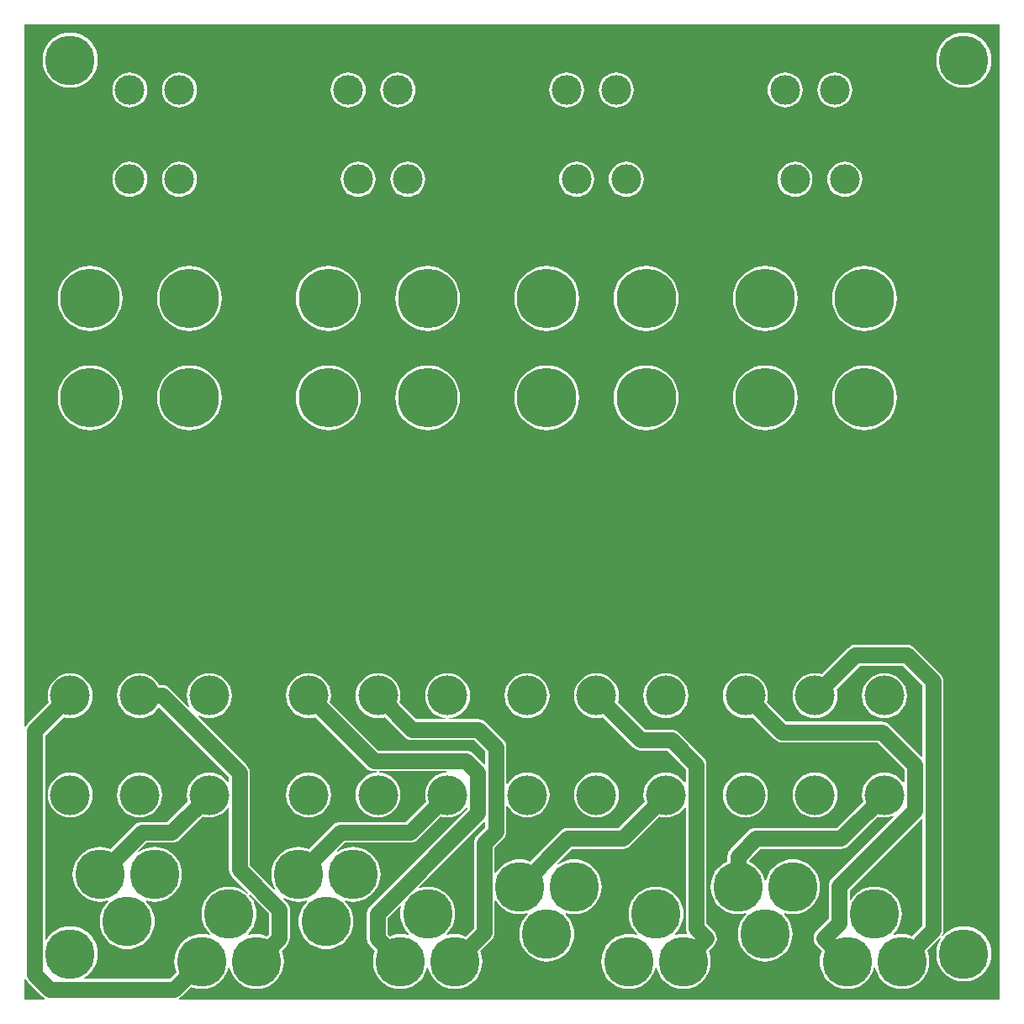
<source format=gbl>
G04 Layer_Physical_Order=2*
G04 Layer_Color=16711680*
%FSLAX25Y25*%
%MOIN*%
G70*
G01*
G75*
%ADD10C,0.06181*%
%ADD11C,0.19685*%
%ADD12C,0.11811*%
%ADD13C,0.15748*%
%ADD14C,0.23622*%
G36*
X249448Y137006D02*
X249100Y135560D01*
X248967Y133858D01*
X249100Y132157D01*
X249499Y130497D01*
X250152Y128921D01*
X251044Y127465D01*
X252152Y126168D01*
X252396Y125960D01*
X252162Y125501D01*
X250717Y125848D01*
X249016Y125982D01*
X247314Y125848D01*
X245655Y125450D01*
X244843Y125114D01*
X244026Y125931D01*
Y132291D01*
X248994Y137259D01*
X249448Y137006D01*
D02*
G37*
G36*
X486660Y99955D02*
X161257D01*
X161158Y100455D01*
X161332Y100527D01*
X162187Y101183D01*
X166103Y105099D01*
X166915Y104762D01*
X168574Y104364D01*
X170276Y104230D01*
X171977Y104364D01*
X173636Y104762D01*
X175213Y105416D01*
X176668Y106307D01*
X177966Y107416D01*
X179075Y108713D01*
X179966Y110169D01*
X180619Y111745D01*
X180845Y112687D01*
X181360D01*
X181586Y111745D01*
X182239Y110169D01*
X183130Y108713D01*
X184239Y107416D01*
X185536Y106307D01*
X186992Y105416D01*
X188568Y104762D01*
X190228Y104364D01*
X191929Y104230D01*
X193631Y104364D01*
X195290Y104762D01*
X196867Y105416D01*
X198322Y106307D01*
X199620Y107416D01*
X200728Y108713D01*
X201620Y110169D01*
X202273Y111745D01*
X202671Y113405D01*
X202805Y115106D01*
X202671Y116808D01*
X202273Y118467D01*
X201937Y119279D01*
X204017Y121360D01*
X204673Y122214D01*
X205085Y123209D01*
X205226Y124277D01*
X205226Y124277D01*
Y135732D01*
X205226Y135732D01*
X205156Y136266D01*
X205085Y136800D01*
X204673Y137795D01*
X204017Y138650D01*
X204017Y138650D01*
X202727Y139940D01*
X203038Y140336D01*
X203724Y139916D01*
X205300Y139263D01*
X206960Y138864D01*
X208661Y138730D01*
X210363Y138864D01*
X211807Y139211D01*
X212041Y138753D01*
X211797Y138545D01*
X210689Y137247D01*
X209797Y135792D01*
X209144Y134215D01*
X208746Y132556D01*
X208612Y130855D01*
X208746Y129153D01*
X209144Y127494D01*
X209797Y125917D01*
X210689Y124462D01*
X211797Y123164D01*
X213095Y122056D01*
X214550Y121164D01*
X216127Y120511D01*
X217787Y120112D01*
X219488Y119978D01*
X221189Y120112D01*
X222849Y120511D01*
X224426Y121164D01*
X225881Y122056D01*
X227179Y123164D01*
X228287Y124462D01*
X229179Y125917D01*
X229832Y127494D01*
X230230Y129153D01*
X230364Y130855D01*
X230230Y132556D01*
X229832Y134215D01*
X229179Y135792D01*
X228287Y137247D01*
X227179Y138545D01*
X226935Y138753D01*
X227169Y139211D01*
X228613Y138864D01*
X230315Y138730D01*
X232016Y138864D01*
X233676Y139263D01*
X235252Y139916D01*
X236708Y140807D01*
X238005Y141916D01*
X239114Y143214D01*
X240005Y144669D01*
X240658Y146246D01*
X241057Y147905D01*
X241191Y149606D01*
X241057Y151308D01*
X240658Y152967D01*
X240005Y154544D01*
X239114Y155999D01*
X238005Y157297D01*
X236708Y158405D01*
X235252Y159297D01*
X233676Y159950D01*
X232016Y160349D01*
X230315Y160482D01*
X228613Y160349D01*
X226954Y159950D01*
X225377Y159297D01*
X224129Y158532D01*
X223817Y158928D01*
X227064Y162174D01*
X252914D01*
X253982Y162315D01*
X254394Y162486D01*
X254977Y162727D01*
X255832Y163383D01*
X265078Y172629D01*
X265977Y172357D01*
X267717Y172185D01*
X269456Y172357D01*
X271129Y172864D01*
X272671Y173688D01*
X274022Y174797D01*
X275074Y176079D01*
X275574Y176019D01*
Y175509D01*
X236983Y136917D01*
X236327Y136063D01*
X236086Y135480D01*
X235915Y135068D01*
X235774Y134000D01*
Y124222D01*
X235915Y123154D01*
X236086Y122742D01*
X236327Y122159D01*
X236983Y121305D01*
X239008Y119279D01*
X238672Y118467D01*
X238274Y116808D01*
X238140Y115106D01*
X238274Y113405D01*
X238672Y111745D01*
X239325Y110169D01*
X240217Y108713D01*
X241325Y107416D01*
X242623Y106307D01*
X244078Y105416D01*
X245655Y104762D01*
X247314Y104364D01*
X249016Y104230D01*
X250717Y104364D01*
X252377Y104762D01*
X253953Y105416D01*
X255409Y106307D01*
X256706Y107416D01*
X257815Y108713D01*
X258706Y110169D01*
X259360Y111745D01*
X259585Y112687D01*
X260100D01*
X260326Y111745D01*
X260979Y110169D01*
X261871Y108713D01*
X262979Y107416D01*
X264277Y106307D01*
X265732Y105416D01*
X267308Y104762D01*
X268968Y104364D01*
X270669Y104230D01*
X272371Y104364D01*
X274030Y104762D01*
X275607Y105416D01*
X277062Y106307D01*
X278360Y107416D01*
X279468Y108713D01*
X280360Y110169D01*
X281013Y111745D01*
X281412Y113405D01*
X281545Y115106D01*
X281412Y116808D01*
X281013Y118467D01*
X280677Y119279D01*
X285217Y123819D01*
X285217Y123819D01*
X285873Y124674D01*
X286285Y125669D01*
X286426Y126737D01*
Y139076D01*
X286926Y139216D01*
X287461Y138343D01*
X288569Y137046D01*
X289867Y135937D01*
X291322Y135046D01*
X292899Y134392D01*
X294558Y133994D01*
X296260Y133860D01*
X297961Y133994D01*
X299406Y134341D01*
X299640Y133883D01*
X299396Y133675D01*
X298288Y132377D01*
X297396Y130922D01*
X296743Y129345D01*
X296344Y127686D01*
X296211Y125984D01*
X296344Y124283D01*
X296743Y122623D01*
X297396Y121047D01*
X298288Y119591D01*
X299396Y118294D01*
X300694Y117185D01*
X302149Y116294D01*
X303726Y115640D01*
X305385Y115242D01*
X307087Y115108D01*
X308788Y115242D01*
X310448Y115640D01*
X312024Y116294D01*
X313479Y117185D01*
X314777Y118294D01*
X315885Y119591D01*
X316777Y121047D01*
X317430Y122623D01*
X317829Y124283D01*
X317963Y125984D01*
X317829Y127686D01*
X317430Y129345D01*
X316777Y130922D01*
X315885Y132377D01*
X314777Y133675D01*
X314533Y133883D01*
X314767Y134341D01*
X316212Y133994D01*
X317913Y133860D01*
X319615Y133994D01*
X321274Y134392D01*
X322851Y135046D01*
X324306Y135937D01*
X325604Y137046D01*
X326712Y138343D01*
X327604Y139799D01*
X328257Y141375D01*
X328656Y143035D01*
X328789Y144736D01*
X328656Y146438D01*
X328257Y148097D01*
X327604Y149674D01*
X326712Y151129D01*
X325604Y152427D01*
X324306Y153535D01*
X322851Y154427D01*
X321274Y155080D01*
X319615Y155478D01*
X317913Y155612D01*
X316212Y155478D01*
X314552Y155080D01*
X312976Y154427D01*
X311727Y153662D01*
X311416Y154057D01*
X317133Y159774D01*
X337128D01*
X338196Y159915D01*
X338608Y160085D01*
X339191Y160327D01*
X340046Y160983D01*
X351693Y172629D01*
X352591Y172357D01*
X354331Y172185D01*
X356070Y172357D01*
X357743Y172864D01*
X359285Y173688D01*
X360636Y174797D01*
X361674Y176062D01*
X362174Y175972D01*
Y128386D01*
X362315Y127318D01*
X362486Y126906D01*
X362709Y126367D01*
X362641Y126197D01*
X362431Y125887D01*
X361221Y125982D01*
X359519Y125848D01*
X358074Y125501D01*
X357841Y125960D01*
X358084Y126168D01*
X359193Y127465D01*
X360084Y128921D01*
X360737Y130497D01*
X361136Y132157D01*
X361270Y133858D01*
X361136Y135560D01*
X360737Y137219D01*
X360084Y138796D01*
X359193Y140251D01*
X358084Y141549D01*
X356787Y142657D01*
X355331Y143549D01*
X353755Y144202D01*
X352095Y144600D01*
X350394Y144734D01*
X348692Y144600D01*
X347033Y144202D01*
X345456Y143549D01*
X344001Y142657D01*
X342703Y141549D01*
X341595Y140251D01*
X340703Y138796D01*
X340050Y137219D01*
X339652Y135560D01*
X339518Y133858D01*
X339652Y132157D01*
X340050Y130497D01*
X340703Y128921D01*
X341595Y127465D01*
X342703Y126168D01*
X342947Y125960D01*
X342713Y125501D01*
X341268Y125848D01*
X339567Y125982D01*
X337866Y125848D01*
X336206Y125450D01*
X334629Y124797D01*
X333174Y123905D01*
X331876Y122797D01*
X330768Y121499D01*
X329876Y120044D01*
X329223Y118467D01*
X328825Y116808D01*
X328691Y115106D01*
X328825Y113405D01*
X329223Y111745D01*
X329876Y110169D01*
X330768Y108713D01*
X331876Y107416D01*
X333174Y106307D01*
X334629Y105416D01*
X336206Y104762D01*
X337866Y104364D01*
X339567Y104230D01*
X341268Y104364D01*
X342928Y104762D01*
X344505Y105416D01*
X345960Y106307D01*
X347257Y107416D01*
X348366Y108713D01*
X349258Y110169D01*
X349911Y111745D01*
X350137Y112687D01*
X350651D01*
X350877Y111745D01*
X351530Y110169D01*
X352422Y108713D01*
X353530Y107416D01*
X354828Y106307D01*
X356283Y105416D01*
X357860Y104762D01*
X359519Y104364D01*
X361221Y104230D01*
X362922Y104364D01*
X364581Y104762D01*
X366158Y105416D01*
X367613Y106307D01*
X368911Y107416D01*
X370020Y108713D01*
X370911Y110169D01*
X371564Y111745D01*
X371963Y113405D01*
X372097Y115106D01*
X371963Y116808D01*
X371564Y118467D01*
X371228Y119279D01*
X373317Y121368D01*
X373973Y122223D01*
X374385Y123218D01*
X374456Y123752D01*
X374526Y124286D01*
X374385Y125353D01*
X373973Y126348D01*
X373317Y127203D01*
X373317Y127203D01*
X370426Y130095D01*
Y193100D01*
X370285Y194168D01*
X369873Y195163D01*
X369217Y196017D01*
X369217Y196018D01*
X359417Y205817D01*
X358563Y206473D01*
X357980Y206715D01*
X357568Y206885D01*
X356500Y207026D01*
X346053D01*
X335245Y217834D01*
X335517Y218733D01*
X335688Y220472D01*
X335517Y222212D01*
X335010Y223885D01*
X334186Y225426D01*
X333077Y226778D01*
X331726Y227887D01*
X330184Y228711D01*
X328511Y229218D01*
X326772Y229389D01*
X325032Y229218D01*
X323359Y228711D01*
X321818Y227887D01*
X320466Y226778D01*
X319357Y225426D01*
X318533Y223885D01*
X318026Y222212D01*
X317855Y220472D01*
X318026Y218733D01*
X318533Y217060D01*
X319357Y215518D01*
X320466Y214167D01*
X321818Y213058D01*
X323359Y212234D01*
X325032Y211727D01*
X326772Y211556D01*
X328511Y211727D01*
X329410Y211999D01*
X341426Y199983D01*
X341427Y199983D01*
X342281Y199327D01*
X343276Y198915D01*
X344344Y198774D01*
X344344Y198774D01*
X354791D01*
X362174Y191391D01*
Y186233D01*
X361674Y186143D01*
X360636Y187408D01*
X359285Y188517D01*
X357743Y189341D01*
X356070Y189848D01*
X354331Y190019D01*
X352591Y189848D01*
X350918Y189341D01*
X349377Y188517D01*
X348026Y187408D01*
X346917Y186056D01*
X346093Y184515D01*
X345585Y182842D01*
X345414Y181102D01*
X345585Y179363D01*
X345858Y178464D01*
X335419Y168026D01*
X315424D01*
X315424Y168026D01*
X314356Y167885D01*
X313361Y167473D01*
X312506Y166817D01*
X312506Y166817D01*
X300432Y154744D01*
X299621Y155080D01*
X297961Y155478D01*
X296260Y155612D01*
X294558Y155478D01*
X292899Y155080D01*
X291322Y154427D01*
X289867Y153535D01*
X288569Y152427D01*
X287461Y151129D01*
X286926Y150256D01*
X286426Y150397D01*
Y160391D01*
X289817Y163783D01*
X289817Y163783D01*
X290473Y164637D01*
X290885Y165632D01*
X291026Y166700D01*
Y176565D01*
X291511Y176686D01*
X291798Y176148D01*
X292907Y174797D01*
X294259Y173688D01*
X295800Y172864D01*
X297473Y172357D01*
X299213Y172185D01*
X300952Y172357D01*
X302625Y172864D01*
X304167Y173688D01*
X305518Y174797D01*
X306627Y176148D01*
X307451Y177690D01*
X307958Y179363D01*
X308130Y181102D01*
X307958Y182842D01*
X307451Y184515D01*
X306627Y186056D01*
X305518Y187408D01*
X304167Y188517D01*
X302625Y189341D01*
X300952Y189848D01*
X299213Y190019D01*
X297473Y189848D01*
X295800Y189341D01*
X294259Y188517D01*
X292907Y187408D01*
X291798Y186056D01*
X291511Y185518D01*
X291026Y185640D01*
Y200100D01*
X290885Y201168D01*
X290473Y202163D01*
X289817Y203017D01*
X289817Y203017D01*
X282917Y209917D01*
X282063Y210573D01*
X281480Y210814D01*
X281068Y210985D01*
X280000Y211126D01*
X268456D01*
X268431Y211626D01*
X269456Y211727D01*
X271129Y212234D01*
X272671Y213058D01*
X274022Y214167D01*
X275131Y215518D01*
X275955Y217060D01*
X276462Y218733D01*
X276634Y220472D01*
X276462Y222212D01*
X275955Y223885D01*
X275131Y225426D01*
X274022Y226778D01*
X272671Y227887D01*
X271129Y228711D01*
X269456Y229218D01*
X267717Y229389D01*
X265977Y229218D01*
X264304Y228711D01*
X262763Y227887D01*
X261411Y226778D01*
X260302Y225426D01*
X259478Y223885D01*
X258971Y222212D01*
X258800Y220472D01*
X258971Y218733D01*
X259478Y217060D01*
X260302Y215518D01*
X261411Y214167D01*
X262763Y213058D01*
X264304Y212234D01*
X265977Y211727D01*
X267002Y211626D01*
X266977Y211126D01*
X255339D01*
X248630Y217834D01*
X248903Y218733D01*
X249074Y220472D01*
X248903Y222212D01*
X248396Y223885D01*
X247572Y225426D01*
X246463Y226778D01*
X245111Y227887D01*
X243570Y228711D01*
X241897Y229218D01*
X240157Y229389D01*
X238418Y229218D01*
X236745Y228711D01*
X235203Y227887D01*
X233852Y226778D01*
X232743Y225426D01*
X231919Y223885D01*
X231412Y222212D01*
X231241Y220472D01*
X231412Y218733D01*
X231919Y217060D01*
X232743Y215518D01*
X233852Y214167D01*
X235203Y213058D01*
X236745Y212234D01*
X238418Y211727D01*
X240157Y211556D01*
X241897Y211727D01*
X242796Y211999D01*
X250712Y204083D01*
X251567Y203427D01*
X252562Y203015D01*
X253630Y202874D01*
X278291D01*
X282774Y198391D01*
Y193468D01*
X282274Y193261D01*
X278017Y197517D01*
X277163Y198173D01*
X276580Y198415D01*
X276168Y198585D01*
X275100Y198726D01*
X240180D01*
X221071Y217834D01*
X221344Y218733D01*
X221515Y220472D01*
X221344Y222212D01*
X220837Y223885D01*
X220013Y225426D01*
X218904Y226778D01*
X217552Y227887D01*
X216011Y228711D01*
X214338Y229218D01*
X212598Y229389D01*
X210859Y229218D01*
X209186Y228711D01*
X207644Y227887D01*
X206293Y226778D01*
X205184Y225426D01*
X204360Y223885D01*
X203853Y222212D01*
X203681Y220472D01*
X203853Y218733D01*
X204360Y217060D01*
X205184Y215518D01*
X206293Y214167D01*
X207644Y213058D01*
X209186Y212234D01*
X210859Y211727D01*
X212598Y211556D01*
X214338Y211727D01*
X215237Y211999D01*
X235553Y191683D01*
X236408Y191027D01*
X236991Y190786D01*
X237403Y190615D01*
X237937Y190544D01*
X238471Y190474D01*
X238471Y190474D01*
X239674D01*
X239699Y189974D01*
X238418Y189848D01*
X236745Y189341D01*
X235203Y188517D01*
X233852Y187408D01*
X232743Y186056D01*
X231919Y184515D01*
X231412Y182842D01*
X231241Y181102D01*
X231412Y179363D01*
X231919Y177690D01*
X232743Y176148D01*
X233852Y174797D01*
X235203Y173688D01*
X236745Y172864D01*
X238418Y172357D01*
X240157Y172185D01*
X241897Y172357D01*
X243570Y172864D01*
X245111Y173688D01*
X246463Y174797D01*
X247572Y176148D01*
X248396Y177690D01*
X248903Y179363D01*
X249074Y181102D01*
X248903Y182842D01*
X248396Y184515D01*
X247572Y186056D01*
X246463Y187408D01*
X245111Y188517D01*
X243570Y189341D01*
X241897Y189848D01*
X240616Y189974D01*
X240641Y190474D01*
X267233D01*
X267258Y189974D01*
X265977Y189848D01*
X264304Y189341D01*
X262763Y188517D01*
X261411Y187408D01*
X260302Y186056D01*
X259478Y184515D01*
X258971Y182842D01*
X258800Y181102D01*
X258971Y179363D01*
X259244Y178464D01*
X251205Y170426D01*
X225355D01*
X225355Y170426D01*
X224821Y170356D01*
X224287Y170285D01*
X223292Y169873D01*
X222438Y169217D01*
X222438Y169217D01*
X212834Y159614D01*
X212022Y159950D01*
X210363Y160349D01*
X208661Y160482D01*
X206960Y160349D01*
X205300Y159950D01*
X203724Y159297D01*
X202269Y158405D01*
X200971Y157297D01*
X199863Y155999D01*
X198971Y154544D01*
X198318Y152967D01*
X197919Y151308D01*
X197785Y149606D01*
X197919Y147905D01*
X198318Y146246D01*
X198971Y144669D01*
X199391Y143983D01*
X198995Y143672D01*
X189326Y153341D01*
Y190000D01*
X189185Y191068D01*
X188773Y192063D01*
X188117Y192917D01*
X168853Y212182D01*
X169154Y212588D01*
X169816Y212234D01*
X171489Y211727D01*
X173228Y211556D01*
X174968Y211727D01*
X176641Y212234D01*
X178182Y213058D01*
X179534Y214167D01*
X180643Y215518D01*
X181467Y217060D01*
X181974Y218733D01*
X182145Y220472D01*
X181974Y222212D01*
X181467Y223885D01*
X180643Y225426D01*
X179534Y226778D01*
X178182Y227887D01*
X176641Y228711D01*
X174968Y229218D01*
X173228Y229389D01*
X171489Y229218D01*
X169816Y228711D01*
X168274Y227887D01*
X166923Y226778D01*
X165814Y225426D01*
X164990Y223885D01*
X164483Y222212D01*
X164311Y220472D01*
X164483Y218733D01*
X164990Y217060D01*
X165344Y216398D01*
X164938Y216097D01*
X157645Y223390D01*
X156790Y224045D01*
X156208Y224287D01*
X155796Y224458D01*
X154728Y224598D01*
X153526D01*
X153083Y225426D01*
X151974Y226778D01*
X150623Y227887D01*
X149082Y228711D01*
X147409Y229218D01*
X145669Y229389D01*
X143930Y229218D01*
X142257Y228711D01*
X140715Y227887D01*
X139364Y226778D01*
X138255Y225426D01*
X137431Y223885D01*
X136924Y222212D01*
X136752Y220472D01*
X136924Y218733D01*
X137431Y217060D01*
X138255Y215518D01*
X139364Y214167D01*
X140715Y213058D01*
X142257Y212234D01*
X143930Y211727D01*
X145669Y211556D01*
X147409Y211727D01*
X149082Y212234D01*
X150623Y213058D01*
X151974Y214167D01*
X153083Y215518D01*
X153151Y215646D01*
X153646Y215719D01*
X181074Y188291D01*
Y186225D01*
X180574Y186140D01*
X179534Y187408D01*
X178182Y188517D01*
X176641Y189341D01*
X174968Y189848D01*
X173228Y190019D01*
X171489Y189848D01*
X169816Y189341D01*
X168274Y188517D01*
X166923Y187408D01*
X165814Y186056D01*
X164990Y184515D01*
X164483Y182842D01*
X164311Y181102D01*
X164483Y179363D01*
X164755Y178464D01*
X156717Y170426D01*
X146615D01*
X146615Y170426D01*
X146081Y170356D01*
X145547Y170285D01*
X144552Y169873D01*
X143697Y169217D01*
X143697Y169217D01*
X134094Y159614D01*
X133282Y159950D01*
X131623Y160349D01*
X129921Y160482D01*
X128220Y160349D01*
X126560Y159950D01*
X124984Y159297D01*
X123528Y158405D01*
X122231Y157297D01*
X121122Y155999D01*
X120231Y154544D01*
X119578Y152967D01*
X119179Y151308D01*
X119045Y149606D01*
X119179Y147905D01*
X119578Y146246D01*
X120231Y144669D01*
X121122Y143214D01*
X122231Y141916D01*
X123528Y140807D01*
X124984Y139916D01*
X126560Y139263D01*
X128220Y138864D01*
X129921Y138730D01*
X131623Y138864D01*
X133067Y139211D01*
X133301Y138753D01*
X133057Y138545D01*
X131949Y137247D01*
X131057Y135792D01*
X130404Y134215D01*
X130006Y132556D01*
X129872Y130855D01*
X130006Y129153D01*
X130404Y127494D01*
X131057Y125917D01*
X131949Y124462D01*
X133057Y123164D01*
X134355Y122056D01*
X135810Y121164D01*
X137387Y120511D01*
X139047Y120112D01*
X140748Y119978D01*
X142449Y120112D01*
X144109Y120511D01*
X145686Y121164D01*
X147141Y122056D01*
X148439Y123164D01*
X149547Y124462D01*
X150439Y125917D01*
X151092Y127494D01*
X151490Y129153D01*
X151624Y130855D01*
X151490Y132556D01*
X151092Y134215D01*
X150439Y135792D01*
X149547Y137247D01*
X148439Y138545D01*
X148195Y138753D01*
X148429Y139211D01*
X149873Y138864D01*
X151575Y138730D01*
X153276Y138864D01*
X154936Y139263D01*
X156512Y139916D01*
X157968Y140807D01*
X159265Y141916D01*
X160374Y143214D01*
X161265Y144669D01*
X161918Y146246D01*
X162317Y147905D01*
X162451Y149606D01*
X162317Y151308D01*
X161918Y152967D01*
X161265Y154544D01*
X160374Y155999D01*
X159265Y157297D01*
X157968Y158405D01*
X156512Y159297D01*
X154936Y159950D01*
X153276Y160349D01*
X151575Y160482D01*
X149873Y160349D01*
X148214Y159950D01*
X146637Y159297D01*
X145389Y158532D01*
X145077Y158927D01*
X148324Y162174D01*
X158426D01*
X159494Y162315D01*
X159906Y162486D01*
X160489Y162727D01*
X161343Y163383D01*
X170590Y172629D01*
X171489Y172357D01*
X173228Y172185D01*
X174968Y172357D01*
X176641Y172864D01*
X178182Y173688D01*
X179534Y174797D01*
X180574Y176065D01*
X181074Y175980D01*
Y151632D01*
X181215Y150564D01*
X181386Y150152D01*
X181627Y149569D01*
X182283Y148715D01*
X188780Y142217D01*
X188441Y141850D01*
X187495Y142657D01*
X186040Y143549D01*
X184463Y144202D01*
X182804Y144600D01*
X181102Y144734D01*
X179401Y144600D01*
X177742Y144202D01*
X176165Y143549D01*
X174710Y142657D01*
X173412Y141549D01*
X172303Y140251D01*
X171412Y138796D01*
X170759Y137219D01*
X170360Y135560D01*
X170226Y133858D01*
X170360Y132157D01*
X170759Y130497D01*
X171412Y128921D01*
X172303Y127465D01*
X173412Y126168D01*
X173655Y125960D01*
X173422Y125501D01*
X171977Y125848D01*
X170276Y125982D01*
X168574Y125848D01*
X166915Y125450D01*
X165338Y124797D01*
X163883Y123905D01*
X162585Y122797D01*
X161477Y121499D01*
X160585Y120044D01*
X159932Y118467D01*
X159533Y116808D01*
X159399Y115106D01*
X159533Y113405D01*
X159932Y111745D01*
X160268Y110933D01*
X157560Y108226D01*
X123689D01*
X123548Y108726D01*
X124503Y109311D01*
X125801Y110420D01*
X126909Y111717D01*
X127801Y113173D01*
X128454Y114749D01*
X128852Y116409D01*
X128986Y118110D01*
X128852Y119812D01*
X128454Y121471D01*
X127801Y123048D01*
X126909Y124503D01*
X125801Y125801D01*
X124503Y126909D01*
X123048Y127801D01*
X121471Y128454D01*
X119812Y128852D01*
X118110Y128986D01*
X116409Y128852D01*
X114749Y128454D01*
X113173Y127801D01*
X111717Y126909D01*
X110420Y125801D01*
X109311Y124503D01*
X108726Y123548D01*
X108226Y123689D01*
Y204753D01*
X115472Y211999D01*
X116371Y211727D01*
X118110Y211556D01*
X119850Y211727D01*
X121523Y212234D01*
X123064Y213058D01*
X124415Y214167D01*
X125524Y215518D01*
X126348Y217060D01*
X126856Y218733D01*
X127027Y220472D01*
X126856Y222212D01*
X126348Y223885D01*
X125524Y225426D01*
X124415Y226778D01*
X123064Y227887D01*
X121523Y228711D01*
X119850Y229218D01*
X118110Y229389D01*
X116371Y229218D01*
X114698Y228711D01*
X113156Y227887D01*
X111805Y226778D01*
X110696Y225426D01*
X109872Y223885D01*
X109365Y222212D01*
X109193Y220472D01*
X109365Y218733D01*
X109637Y217834D01*
X101183Y209380D01*
X100527Y208525D01*
X100455Y208351D01*
X99955Y208450D01*
Y486660D01*
X486660D01*
Y99955D01*
D02*
G37*
G36*
X196974Y134023D02*
Y125986D01*
X196102Y125114D01*
X195290Y125450D01*
X193631Y125848D01*
X191929Y125982D01*
X190228Y125848D01*
X188783Y125501D01*
X188549Y125960D01*
X188793Y126168D01*
X189901Y127465D01*
X190793Y128921D01*
X191446Y130497D01*
X191845Y132157D01*
X191978Y133858D01*
X191845Y135560D01*
X191446Y137219D01*
X190793Y138796D01*
X189901Y140251D01*
X189094Y141197D01*
X189461Y141536D01*
X196974Y134023D01*
D02*
G37*
G36*
X100527Y107937D02*
X101183Y107083D01*
X107083Y101183D01*
X107937Y100527D01*
X108112Y100455D01*
X108012Y99955D01*
X99955D01*
Y108012D01*
X100455Y108112D01*
X100527Y107937D01*
D02*
G37*
G36*
X282774Y170332D02*
Y168409D01*
X279383Y165017D01*
X278727Y164163D01*
X278485Y163580D01*
X278315Y163168D01*
X278174Y162100D01*
Y128446D01*
X274842Y125114D01*
X274030Y125450D01*
X272371Y125848D01*
X270669Y125982D01*
X268968Y125848D01*
X267523Y125501D01*
X267289Y125960D01*
X267533Y126168D01*
X268641Y127465D01*
X269533Y128921D01*
X270186Y130497D01*
X270585Y132157D01*
X270719Y133858D01*
X270585Y135560D01*
X270186Y137219D01*
X269533Y138796D01*
X268641Y140251D01*
X267533Y141549D01*
X266235Y142657D01*
X264780Y143549D01*
X263204Y144202D01*
X261544Y144600D01*
X259843Y144734D01*
X258141Y144600D01*
X256695Y144253D01*
X256441Y144706D01*
X282274Y170539D01*
X282774Y170332D01*
D02*
G37*
%LPC*%
G36*
X220472Y351433D02*
X218462Y351275D01*
X216501Y350804D01*
X214638Y350033D01*
X212919Y348979D01*
X211386Y347669D01*
X210076Y346136D01*
X209022Y344417D01*
X208251Y342554D01*
X207780Y340593D01*
X207622Y338583D01*
X207780Y336572D01*
X208251Y334612D01*
X209022Y332749D01*
X210076Y331029D01*
X211386Y329496D01*
X212919Y328186D01*
X214638Y327133D01*
X216501Y326361D01*
X218462Y325890D01*
X220472Y325732D01*
X222483Y325890D01*
X224444Y326361D01*
X226307Y327133D01*
X228026Y328186D01*
X229559Y329496D01*
X230869Y331029D01*
X231922Y332749D01*
X232694Y334612D01*
X233165Y336572D01*
X233323Y338583D01*
X233165Y340593D01*
X232694Y342554D01*
X231922Y344417D01*
X230869Y346136D01*
X229559Y347669D01*
X228026Y348979D01*
X226307Y350033D01*
X224444Y350804D01*
X222483Y351275D01*
X220472Y351433D01*
D02*
G37*
G36*
X259843D02*
X257832Y351275D01*
X255872Y350804D01*
X254009Y350033D01*
X252289Y348979D01*
X250756Y347669D01*
X249446Y346136D01*
X248393Y344417D01*
X247621Y342554D01*
X247150Y340593D01*
X246992Y338583D01*
X247150Y336572D01*
X247621Y334612D01*
X248393Y332749D01*
X249446Y331029D01*
X250756Y329496D01*
X252289Y328186D01*
X254009Y327133D01*
X255872Y326361D01*
X257832Y325890D01*
X259843Y325732D01*
X261853Y325890D01*
X263814Y326361D01*
X265677Y327133D01*
X267396Y328186D01*
X268929Y329496D01*
X270239Y331029D01*
X271293Y332749D01*
X272064Y334612D01*
X272535Y336572D01*
X272693Y338583D01*
X272535Y340593D01*
X272064Y342554D01*
X271293Y344417D01*
X270239Y346136D01*
X268929Y347669D01*
X267396Y348979D01*
X265677Y350033D01*
X263814Y350804D01*
X261853Y351275D01*
X259843Y351433D01*
D02*
G37*
G36*
X125984D02*
X123974Y351275D01*
X122013Y350804D01*
X120150Y350033D01*
X118431Y348979D01*
X116897Y347669D01*
X115588Y346136D01*
X114534Y344417D01*
X113762Y342554D01*
X113292Y340593D01*
X113134Y338583D01*
X113292Y336572D01*
X113762Y334612D01*
X114534Y332749D01*
X115588Y331029D01*
X116897Y329496D01*
X118431Y328186D01*
X120150Y327133D01*
X122013Y326361D01*
X123974Y325890D01*
X125984Y325732D01*
X127995Y325890D01*
X129955Y326361D01*
X131818Y327133D01*
X133538Y328186D01*
X135071Y329496D01*
X136381Y331029D01*
X137434Y332749D01*
X138206Y334612D01*
X138677Y336572D01*
X138835Y338583D01*
X138677Y340593D01*
X138206Y342554D01*
X137434Y344417D01*
X136381Y346136D01*
X135071Y347669D01*
X133538Y348979D01*
X131818Y350033D01*
X129955Y350804D01*
X127995Y351275D01*
X125984Y351433D01*
D02*
G37*
G36*
X165354D02*
X163344Y351275D01*
X161383Y350804D01*
X159520Y350033D01*
X157801Y348979D01*
X156268Y347669D01*
X154958Y346136D01*
X153904Y344417D01*
X153133Y342554D01*
X152662Y340593D01*
X152504Y338583D01*
X152662Y336572D01*
X153133Y334612D01*
X153904Y332749D01*
X154958Y331029D01*
X156268Y329496D01*
X157801Y328186D01*
X159520Y327133D01*
X161383Y326361D01*
X163344Y325890D01*
X165354Y325732D01*
X167365Y325890D01*
X169325Y326361D01*
X171188Y327133D01*
X172908Y328186D01*
X174441Y329496D01*
X175751Y331029D01*
X176804Y332749D01*
X177576Y334612D01*
X178047Y336572D01*
X178205Y338583D01*
X178047Y340593D01*
X177576Y342554D01*
X176804Y344417D01*
X175751Y346136D01*
X174441Y347669D01*
X172908Y348979D01*
X171188Y350033D01*
X169325Y350804D01*
X167365Y351275D01*
X165354Y351433D01*
D02*
G37*
G36*
X307087D02*
X305076Y351275D01*
X303116Y350804D01*
X301253Y350033D01*
X299533Y348979D01*
X298000Y347669D01*
X296690Y346136D01*
X295637Y344417D01*
X294865Y342554D01*
X294394Y340593D01*
X294236Y338583D01*
X294394Y336572D01*
X294865Y334612D01*
X295637Y332749D01*
X296690Y331029D01*
X298000Y329496D01*
X299533Y328186D01*
X301253Y327133D01*
X303116Y326361D01*
X305076Y325890D01*
X307087Y325732D01*
X309097Y325890D01*
X311058Y326361D01*
X312921Y327133D01*
X314640Y328186D01*
X316173Y329496D01*
X317483Y331029D01*
X318537Y332749D01*
X319308Y334612D01*
X319779Y336572D01*
X319937Y338583D01*
X319779Y340593D01*
X319308Y342554D01*
X318537Y344417D01*
X317483Y346136D01*
X316173Y347669D01*
X314640Y348979D01*
X312921Y350033D01*
X311058Y350804D01*
X309097Y351275D01*
X307087Y351433D01*
D02*
G37*
G36*
X433071D02*
X431061Y351275D01*
X429100Y350804D01*
X427237Y350033D01*
X425517Y348979D01*
X423984Y347669D01*
X422674Y346136D01*
X421621Y344417D01*
X420849Y342554D01*
X420378Y340593D01*
X420220Y338583D01*
X420378Y336572D01*
X420849Y334612D01*
X421621Y332749D01*
X422674Y331029D01*
X423984Y329496D01*
X425517Y328186D01*
X427237Y327133D01*
X429100Y326361D01*
X431061Y325890D01*
X433071Y325732D01*
X435081Y325890D01*
X437042Y326361D01*
X438905Y327133D01*
X440624Y328186D01*
X442158Y329496D01*
X443467Y331029D01*
X444521Y332749D01*
X445293Y334612D01*
X445763Y336572D01*
X445921Y338583D01*
X445763Y340593D01*
X445293Y342554D01*
X444521Y344417D01*
X443467Y346136D01*
X442158Y347669D01*
X440624Y348979D01*
X438905Y350033D01*
X437042Y350804D01*
X435081Y351275D01*
X433071Y351433D01*
D02*
G37*
G36*
X125984Y390803D02*
X123974Y390645D01*
X122013Y390175D01*
X120150Y389403D01*
X118431Y388349D01*
X116897Y387040D01*
X115588Y385506D01*
X114534Y383787D01*
X113762Y381924D01*
X113292Y379963D01*
X113134Y377953D01*
X113292Y375942D01*
X113762Y373982D01*
X114534Y372119D01*
X115588Y370399D01*
X116897Y368866D01*
X118431Y367556D01*
X120150Y366503D01*
X122013Y365731D01*
X123974Y365260D01*
X125984Y365102D01*
X127995Y365260D01*
X129955Y365731D01*
X131818Y366503D01*
X133538Y367556D01*
X135071Y368866D01*
X136381Y370399D01*
X137434Y372119D01*
X138206Y373982D01*
X138677Y375942D01*
X138835Y377953D01*
X138677Y379963D01*
X138206Y381924D01*
X137434Y383787D01*
X136381Y385506D01*
X135071Y387040D01*
X133538Y388349D01*
X131818Y389403D01*
X129955Y390175D01*
X127995Y390645D01*
X125984Y390803D01*
D02*
G37*
G36*
X346457Y351433D02*
X344446Y351275D01*
X342485Y350804D01*
X340622Y350033D01*
X338903Y348979D01*
X337370Y347669D01*
X336060Y346136D01*
X335007Y344417D01*
X334235Y342554D01*
X333764Y340593D01*
X333606Y338583D01*
X333764Y336572D01*
X334235Y334612D01*
X335007Y332749D01*
X336060Y331029D01*
X337370Y329496D01*
X338903Y328186D01*
X340622Y327133D01*
X342485Y326361D01*
X344446Y325890D01*
X346457Y325732D01*
X348467Y325890D01*
X350428Y326361D01*
X352291Y327133D01*
X354010Y328186D01*
X355543Y329496D01*
X356853Y331029D01*
X357907Y332749D01*
X358678Y334612D01*
X359149Y336572D01*
X359307Y338583D01*
X359149Y340593D01*
X358678Y342554D01*
X357907Y344417D01*
X356853Y346136D01*
X355543Y347669D01*
X354010Y348979D01*
X352291Y350033D01*
X350428Y350804D01*
X348467Y351275D01*
X346457Y351433D01*
D02*
G37*
G36*
X393701D02*
X391690Y351275D01*
X389730Y350804D01*
X387867Y350033D01*
X386147Y348979D01*
X384614Y347669D01*
X383304Y346136D01*
X382251Y344417D01*
X381479Y342554D01*
X381008Y340593D01*
X380850Y338583D01*
X381008Y336572D01*
X381479Y334612D01*
X382251Y332749D01*
X383304Y331029D01*
X384614Y329496D01*
X386147Y328186D01*
X387867Y327133D01*
X389730Y326361D01*
X391690Y325890D01*
X393701Y325732D01*
X395711Y325890D01*
X397672Y326361D01*
X399535Y327133D01*
X401254Y328186D01*
X402788Y329496D01*
X404097Y331029D01*
X405151Y332749D01*
X405923Y334612D01*
X406393Y336572D01*
X406551Y338583D01*
X406393Y340593D01*
X405923Y342554D01*
X405151Y344417D01*
X404097Y346136D01*
X402788Y347669D01*
X401254Y348979D01*
X399535Y350033D01*
X397672Y350804D01*
X395711Y351275D01*
X393701Y351433D01*
D02*
G37*
G36*
X440945Y229389D02*
X439205Y229218D01*
X437532Y228711D01*
X435991Y227887D01*
X434640Y226778D01*
X433531Y225426D01*
X432707Y223885D01*
X432199Y222212D01*
X432028Y220472D01*
X432199Y218733D01*
X432707Y217060D01*
X433531Y215518D01*
X434640Y214167D01*
X435991Y213058D01*
X437532Y212234D01*
X439205Y211727D01*
X440945Y211556D01*
X442684Y211727D01*
X444357Y212234D01*
X445899Y213058D01*
X447250Y214167D01*
X448359Y215518D01*
X449183Y217060D01*
X449690Y218733D01*
X449862Y220472D01*
X449690Y222212D01*
X449183Y223885D01*
X448359Y225426D01*
X447250Y226778D01*
X445899Y227887D01*
X444357Y228711D01*
X442684Y229218D01*
X440945Y229389D01*
D02*
G37*
G36*
X212598Y190019D02*
X210859Y189848D01*
X209186Y189341D01*
X207644Y188517D01*
X206293Y187408D01*
X205184Y186056D01*
X204360Y184515D01*
X203853Y182842D01*
X203681Y181102D01*
X203853Y179363D01*
X204360Y177690D01*
X205184Y176148D01*
X206293Y174797D01*
X207644Y173688D01*
X209186Y172864D01*
X210859Y172357D01*
X212598Y172185D01*
X214338Y172357D01*
X216011Y172864D01*
X217552Y173688D01*
X218904Y174797D01*
X220013Y176148D01*
X220837Y177690D01*
X221344Y179363D01*
X221515Y181102D01*
X221344Y182842D01*
X220837Y184515D01*
X220013Y186056D01*
X218904Y187408D01*
X217552Y188517D01*
X216011Y189341D01*
X214338Y189848D01*
X212598Y190019D01*
D02*
G37*
G36*
X326772D02*
X325032Y189848D01*
X323359Y189341D01*
X321818Y188517D01*
X320466Y187408D01*
X319357Y186056D01*
X318533Y184515D01*
X318026Y182842D01*
X317855Y181102D01*
X318026Y179363D01*
X318533Y177690D01*
X319357Y176148D01*
X320466Y174797D01*
X321818Y173688D01*
X323359Y172864D01*
X325032Y172357D01*
X326772Y172185D01*
X328511Y172357D01*
X330184Y172864D01*
X331726Y173688D01*
X333077Y174797D01*
X334186Y176148D01*
X335010Y177690D01*
X335517Y179363D01*
X335688Y181102D01*
X335517Y182842D01*
X335010Y184515D01*
X334186Y186056D01*
X333077Y187408D01*
X331726Y188517D01*
X330184Y189341D01*
X328511Y189848D01*
X326772Y190019D01*
D02*
G37*
G36*
X118110D02*
X116371Y189848D01*
X114698Y189341D01*
X113156Y188517D01*
X111805Y187408D01*
X110696Y186056D01*
X109872Y184515D01*
X109365Y182842D01*
X109193Y181102D01*
X109365Y179363D01*
X109872Y177690D01*
X110696Y176148D01*
X111805Y174797D01*
X113156Y173688D01*
X114698Y172864D01*
X116371Y172357D01*
X118110Y172185D01*
X119850Y172357D01*
X121523Y172864D01*
X123064Y173688D01*
X124415Y174797D01*
X125524Y176148D01*
X126348Y177690D01*
X126856Y179363D01*
X127027Y181102D01*
X126856Y182842D01*
X126348Y184515D01*
X125524Y186056D01*
X124415Y187408D01*
X123064Y188517D01*
X121523Y189341D01*
X119850Y189848D01*
X118110Y190019D01*
D02*
G37*
G36*
X145669D02*
X143930Y189848D01*
X142257Y189341D01*
X140715Y188517D01*
X139364Y187408D01*
X138255Y186056D01*
X137431Y184515D01*
X136924Y182842D01*
X136752Y181102D01*
X136924Y179363D01*
X137431Y177690D01*
X138255Y176148D01*
X139364Y174797D01*
X140715Y173688D01*
X142257Y172864D01*
X143930Y172357D01*
X145669Y172185D01*
X147409Y172357D01*
X149082Y172864D01*
X150623Y173688D01*
X151974Y174797D01*
X153083Y176148D01*
X153907Y177690D01*
X154415Y179363D01*
X154586Y181102D01*
X154415Y182842D01*
X153907Y184515D01*
X153083Y186056D01*
X151974Y187408D01*
X150623Y188517D01*
X149082Y189341D01*
X147409Y189848D01*
X145669Y190019D01*
D02*
G37*
G36*
X385827D02*
X384087Y189848D01*
X382414Y189341D01*
X380873Y188517D01*
X379522Y187408D01*
X378413Y186056D01*
X377589Y184515D01*
X377081Y182842D01*
X376910Y181102D01*
X377081Y179363D01*
X377589Y177690D01*
X378413Y176148D01*
X379522Y174797D01*
X380873Y173688D01*
X382414Y172864D01*
X384087Y172357D01*
X385827Y172185D01*
X387566Y172357D01*
X389239Y172864D01*
X390781Y173688D01*
X392132Y174797D01*
X393241Y176148D01*
X394065Y177690D01*
X394572Y179363D01*
X394744Y181102D01*
X394572Y182842D01*
X394065Y184515D01*
X393241Y186056D01*
X392132Y187408D01*
X390781Y188517D01*
X389239Y189341D01*
X387566Y189848D01*
X385827Y190019D01*
D02*
G37*
G36*
X299213Y229389D02*
X297473Y229218D01*
X295800Y228711D01*
X294259Y227887D01*
X292907Y226778D01*
X291798Y225426D01*
X290974Y223885D01*
X290467Y222212D01*
X290296Y220472D01*
X290467Y218733D01*
X290974Y217060D01*
X291798Y215518D01*
X292907Y214167D01*
X294259Y213058D01*
X295800Y212234D01*
X297473Y211727D01*
X299213Y211556D01*
X300952Y211727D01*
X302625Y212234D01*
X304167Y213058D01*
X305518Y214167D01*
X306627Y215518D01*
X307451Y217060D01*
X307958Y218733D01*
X308130Y220472D01*
X307958Y222212D01*
X307451Y223885D01*
X306627Y225426D01*
X305518Y226778D01*
X304167Y227887D01*
X302625Y228711D01*
X300952Y229218D01*
X299213Y229389D01*
D02*
G37*
G36*
X354331D02*
X352591Y229218D01*
X350918Y228711D01*
X349377Y227887D01*
X348026Y226778D01*
X346917Y225426D01*
X346093Y223885D01*
X345585Y222212D01*
X345414Y220472D01*
X345585Y218733D01*
X346093Y217060D01*
X346917Y215518D01*
X348026Y214167D01*
X349377Y213058D01*
X350918Y212234D01*
X352591Y211727D01*
X354331Y211556D01*
X356070Y211727D01*
X357743Y212234D01*
X359285Y213058D01*
X360636Y214167D01*
X361745Y215518D01*
X362569Y217060D01*
X363076Y218733D01*
X363248Y220472D01*
X363076Y222212D01*
X362569Y223885D01*
X361745Y225426D01*
X360636Y226778D01*
X359285Y227887D01*
X357743Y228711D01*
X356070Y229218D01*
X354331Y229389D01*
D02*
G37*
G36*
X413386Y190019D02*
X411646Y189848D01*
X409973Y189341D01*
X408432Y188517D01*
X407081Y187408D01*
X405972Y186056D01*
X405148Y184515D01*
X404640Y182842D01*
X404469Y181102D01*
X404640Y179363D01*
X405148Y177690D01*
X405972Y176148D01*
X407081Y174797D01*
X408432Y173688D01*
X409973Y172864D01*
X411646Y172357D01*
X413386Y172185D01*
X415125Y172357D01*
X416798Y172864D01*
X418340Y173688D01*
X419691Y174797D01*
X420800Y176148D01*
X421624Y177690D01*
X422131Y179363D01*
X422303Y181102D01*
X422131Y182842D01*
X421624Y184515D01*
X420800Y186056D01*
X419691Y187408D01*
X418340Y188517D01*
X416798Y189341D01*
X415125Y189848D01*
X413386Y190019D01*
D02*
G37*
G36*
X429413Y240626D02*
X428346Y240485D01*
X427351Y240073D01*
X426496Y239417D01*
X416024Y228945D01*
X415125Y229218D01*
X413386Y229389D01*
X411646Y229218D01*
X409973Y228711D01*
X408432Y227887D01*
X407081Y226778D01*
X405972Y225426D01*
X405148Y223885D01*
X404640Y222212D01*
X404469Y220472D01*
X404640Y218733D01*
X405148Y217060D01*
X405972Y215518D01*
X407081Y214167D01*
X408432Y213058D01*
X409973Y212234D01*
X411646Y211727D01*
X413386Y211556D01*
X415125Y211727D01*
X416798Y212234D01*
X418340Y213058D01*
X419691Y214167D01*
X420800Y215518D01*
X421624Y217060D01*
X422131Y218733D01*
X422303Y220472D01*
X422131Y222212D01*
X421859Y223111D01*
X431122Y232374D01*
X448291D01*
X456074Y224591D01*
Y196568D01*
X455574Y196361D01*
X442917Y209017D01*
X442063Y209673D01*
X441480Y209914D01*
X441068Y210085D01*
X440000Y210226D01*
X401908D01*
X394300Y217834D01*
X394572Y218733D01*
X394744Y220472D01*
X394572Y222212D01*
X394065Y223885D01*
X393241Y225426D01*
X392132Y226778D01*
X390781Y227887D01*
X389239Y228711D01*
X387566Y229218D01*
X385827Y229389D01*
X384087Y229218D01*
X382414Y228711D01*
X380873Y227887D01*
X379522Y226778D01*
X378413Y225426D01*
X377589Y223885D01*
X377081Y222212D01*
X376910Y220472D01*
X377081Y218733D01*
X377589Y217060D01*
X378413Y215518D01*
X379522Y214167D01*
X380873Y213058D01*
X382414Y212234D01*
X384087Y211727D01*
X385827Y211556D01*
X387566Y211727D01*
X388465Y211999D01*
X397282Y203183D01*
X397282Y203183D01*
X398136Y202527D01*
X399131Y202115D01*
X400199Y201974D01*
X438291D01*
X448874Y191391D01*
Y186121D01*
X448389Y186000D01*
X448359Y186056D01*
X447250Y187408D01*
X445899Y188517D01*
X444357Y189341D01*
X442684Y189848D01*
X440945Y190019D01*
X439205Y189848D01*
X437532Y189341D01*
X435991Y188517D01*
X434640Y187408D01*
X433531Y186056D01*
X432707Y184515D01*
X432199Y182842D01*
X432028Y181102D01*
X432199Y179363D01*
X432472Y178464D01*
X422033Y168026D01*
X390000D01*
X390000Y168026D01*
X388932Y167885D01*
X387937Y167473D01*
X387083Y166817D01*
X387083Y166817D01*
X379957Y159691D01*
X379301Y158837D01*
X379060Y158254D01*
X378889Y157842D01*
X378748Y156774D01*
Y154763D01*
X377936Y154427D01*
X376481Y153535D01*
X375184Y152427D01*
X374075Y151129D01*
X373183Y149674D01*
X372530Y148097D01*
X372132Y146438D01*
X371998Y144736D01*
X372132Y143035D01*
X372530Y141375D01*
X373183Y139799D01*
X374075Y138343D01*
X375184Y137046D01*
X376481Y135937D01*
X377936Y135046D01*
X379513Y134392D01*
X381173Y133994D01*
X382874Y133860D01*
X384575Y133994D01*
X386020Y134341D01*
X386254Y133883D01*
X386010Y133675D01*
X384902Y132377D01*
X384010Y130922D01*
X383357Y129345D01*
X382959Y127686D01*
X382825Y125984D01*
X382959Y124283D01*
X383357Y122623D01*
X384010Y121047D01*
X384902Y119591D01*
X386010Y118294D01*
X387308Y117185D01*
X388763Y116294D01*
X390340Y115640D01*
X391999Y115242D01*
X393701Y115108D01*
X395402Y115242D01*
X397062Y115640D01*
X398638Y116294D01*
X400094Y117185D01*
X401391Y118294D01*
X402500Y119591D01*
X403391Y121047D01*
X404044Y122623D01*
X404443Y124283D01*
X404577Y125984D01*
X404443Y127686D01*
X404044Y129345D01*
X403391Y130922D01*
X402500Y132377D01*
X401391Y133675D01*
X401148Y133883D01*
X401381Y134341D01*
X402826Y133994D01*
X404528Y133860D01*
X406229Y133994D01*
X407889Y134392D01*
X409465Y135046D01*
X410920Y135937D01*
X412218Y137046D01*
X413327Y138343D01*
X414218Y139799D01*
X414871Y141375D01*
X415270Y143035D01*
X415404Y144736D01*
X415270Y146438D01*
X414871Y148097D01*
X414218Y149674D01*
X413327Y151129D01*
X412218Y152427D01*
X410920Y153535D01*
X409465Y154427D01*
X407889Y155080D01*
X406229Y155478D01*
X404528Y155612D01*
X402826Y155478D01*
X401167Y155080D01*
X399590Y154427D01*
X398135Y153535D01*
X396837Y152427D01*
X395729Y151129D01*
X394837Y149674D01*
X394184Y148097D01*
X393958Y147156D01*
X393444D01*
X393218Y148097D01*
X392565Y149674D01*
X391673Y151129D01*
X390564Y152427D01*
X389267Y153535D01*
X387812Y154427D01*
X387239Y154664D01*
X387160Y155225D01*
X391709Y159774D01*
X423742D01*
X424810Y159915D01*
X425222Y160085D01*
X425805Y160327D01*
X426660Y160983D01*
X438307Y172629D01*
X439205Y172357D01*
X440945Y172185D01*
X442684Y172357D01*
X444307Y172849D01*
X444318Y172843D01*
X444492Y172327D01*
X420083Y147917D01*
X419427Y147063D01*
X419185Y146480D01*
X419015Y146068D01*
X418874Y145000D01*
Y131996D01*
X414083Y127205D01*
X413427Y126350D01*
X413015Y125355D01*
X412874Y124287D01*
X413015Y123220D01*
X413427Y122224D01*
X414083Y121370D01*
X416174Y119279D01*
X415837Y118467D01*
X415439Y116808D01*
X415305Y115106D01*
X415439Y113405D01*
X415837Y111745D01*
X416491Y110169D01*
X417382Y108713D01*
X418491Y107416D01*
X419788Y106307D01*
X421244Y105416D01*
X422820Y104762D01*
X424480Y104364D01*
X426181Y104230D01*
X427883Y104364D01*
X429542Y104762D01*
X431119Y105416D01*
X432574Y106307D01*
X433872Y107416D01*
X434980Y108713D01*
X435872Y110169D01*
X436525Y111745D01*
X436751Y112686D01*
X437265D01*
X437491Y111745D01*
X438144Y110169D01*
X439036Y108713D01*
X440144Y107416D01*
X441442Y106307D01*
X442897Y105416D01*
X444474Y104762D01*
X446133Y104364D01*
X447835Y104230D01*
X449536Y104364D01*
X451195Y104762D01*
X452772Y105416D01*
X454227Y106307D01*
X455525Y107416D01*
X456634Y108713D01*
X457525Y110169D01*
X458178Y111745D01*
X458577Y113405D01*
X458711Y115106D01*
X458577Y116808D01*
X458178Y118467D01*
X457842Y119279D01*
X463039Y124476D01*
X463434Y124164D01*
X462750Y123048D01*
X462097Y121471D01*
X461699Y119812D01*
X461565Y118110D01*
X461699Y116409D01*
X462097Y114749D01*
X462750Y113173D01*
X463642Y111717D01*
X464750Y110420D01*
X466048Y109311D01*
X467503Y108420D01*
X469080Y107766D01*
X470740Y107368D01*
X472441Y107234D01*
X474142Y107368D01*
X475802Y107766D01*
X477379Y108420D01*
X478834Y109311D01*
X480131Y110420D01*
X481240Y111717D01*
X482132Y113173D01*
X482785Y114749D01*
X483183Y116409D01*
X483317Y118110D01*
X483183Y119812D01*
X482785Y121471D01*
X482132Y123048D01*
X481240Y124503D01*
X480131Y125801D01*
X478834Y126909D01*
X477379Y127801D01*
X475802Y128454D01*
X474142Y128852D01*
X472441Y128986D01*
X470740Y128852D01*
X469080Y128454D01*
X467503Y127801D01*
X466048Y126909D01*
X464750Y125801D01*
X464176Y125128D01*
X463773Y125409D01*
X464185Y126404D01*
X464256Y126938D01*
X464326Y127472D01*
X464326Y127472D01*
Y226300D01*
X464326Y226300D01*
X464256Y226834D01*
X464185Y227368D01*
X464014Y227780D01*
X463773Y228363D01*
X463117Y229217D01*
X452917Y239417D01*
X452063Y240073D01*
X451480Y240315D01*
X451068Y240485D01*
X450000Y240626D01*
X429414D01*
X429413Y240626D01*
D02*
G37*
G36*
X165354Y390803D02*
X163344Y390645D01*
X161383Y390175D01*
X159520Y389403D01*
X157801Y388349D01*
X156268Y387040D01*
X154958Y385506D01*
X153904Y383787D01*
X153133Y381924D01*
X152662Y379963D01*
X152504Y377953D01*
X152662Y375942D01*
X153133Y373982D01*
X153904Y372119D01*
X154958Y370399D01*
X156268Y368866D01*
X157801Y367556D01*
X159520Y366503D01*
X161383Y365731D01*
X163344Y365260D01*
X165354Y365102D01*
X167365Y365260D01*
X169325Y365731D01*
X171188Y366503D01*
X172908Y367556D01*
X174441Y368866D01*
X175751Y370399D01*
X176804Y372119D01*
X177576Y373982D01*
X178047Y375942D01*
X178205Y377953D01*
X178047Y379963D01*
X177576Y381924D01*
X176804Y383787D01*
X175751Y385506D01*
X174441Y387040D01*
X172908Y388349D01*
X171188Y389403D01*
X169325Y390175D01*
X167365Y390645D01*
X165354Y390803D01*
D02*
G37*
G36*
X161417Y467569D02*
X160064Y467436D01*
X158762Y467041D01*
X157562Y466399D01*
X156511Y465537D01*
X155648Y464485D01*
X155007Y463285D01*
X154612Y461984D01*
X154478Y460630D01*
X154612Y459276D01*
X155007Y457975D01*
X155648Y456775D01*
X156511Y455723D01*
X157562Y454860D01*
X158762Y454219D01*
X160064Y453824D01*
X161417Y453691D01*
X162771Y453824D01*
X164073Y454219D01*
X165272Y454860D01*
X166324Y455723D01*
X167187Y456775D01*
X167828Y457975D01*
X168223Y459276D01*
X168356Y460630D01*
X168223Y461984D01*
X167828Y463285D01*
X167187Y464485D01*
X166324Y465537D01*
X165272Y466399D01*
X164073Y467041D01*
X162771Y467436D01*
X161417Y467569D01*
D02*
G37*
G36*
X228346D02*
X226993Y467436D01*
X225691Y467041D01*
X224491Y466399D01*
X223440Y465537D01*
X222577Y464485D01*
X221936Y463285D01*
X221541Y461984D01*
X221408Y460630D01*
X221541Y459276D01*
X221936Y457975D01*
X222577Y456775D01*
X223440Y455723D01*
X224491Y454860D01*
X225691Y454219D01*
X226993Y453824D01*
X228346Y453691D01*
X229700Y453824D01*
X231002Y454219D01*
X232202Y454860D01*
X233253Y455723D01*
X234116Y456775D01*
X234757Y457975D01*
X235152Y459276D01*
X235285Y460630D01*
X235152Y461984D01*
X234757Y463285D01*
X234116Y464485D01*
X233253Y465537D01*
X232202Y466399D01*
X231002Y467041D01*
X229700Y467436D01*
X228346Y467569D01*
D02*
G37*
G36*
X248031D02*
X246678Y467436D01*
X245376Y467041D01*
X244176Y466399D01*
X243125Y465537D01*
X242262Y464485D01*
X241621Y463285D01*
X241226Y461984D01*
X241092Y460630D01*
X241226Y459276D01*
X241621Y457975D01*
X242262Y456775D01*
X243125Y455723D01*
X244176Y454860D01*
X245376Y454219D01*
X246678Y453824D01*
X248031Y453691D01*
X249385Y453824D01*
X250687Y454219D01*
X251887Y454860D01*
X252938Y455723D01*
X253801Y456775D01*
X254442Y457975D01*
X254837Y459276D01*
X254970Y460630D01*
X254837Y461984D01*
X254442Y463285D01*
X253801Y464485D01*
X252938Y465537D01*
X251887Y466399D01*
X250687Y467041D01*
X249385Y467436D01*
X248031Y467569D01*
D02*
G37*
G36*
X405512Y432136D02*
X404158Y432002D01*
X402856Y431607D01*
X401657Y430966D01*
X400605Y430103D01*
X399742Y429052D01*
X399101Y427852D01*
X398706Y426550D01*
X398573Y425197D01*
X398706Y423843D01*
X399101Y422541D01*
X399742Y421342D01*
X400605Y420290D01*
X401657Y419427D01*
X402856Y418786D01*
X404158Y418391D01*
X405512Y418258D01*
X406866Y418391D01*
X408167Y418786D01*
X409367Y419427D01*
X410418Y420290D01*
X411281Y421342D01*
X411923Y422541D01*
X412317Y423843D01*
X412451Y425197D01*
X412317Y426550D01*
X411923Y427852D01*
X411281Y429052D01*
X410418Y430103D01*
X409367Y430966D01*
X408167Y431607D01*
X406866Y432002D01*
X405512Y432136D01*
D02*
G37*
G36*
X425197D02*
X423843Y432002D01*
X422541Y431607D01*
X421342Y430966D01*
X420290Y430103D01*
X419427Y429052D01*
X418786Y427852D01*
X418391Y426550D01*
X418258Y425197D01*
X418391Y423843D01*
X418786Y422541D01*
X419427Y421342D01*
X420290Y420290D01*
X421342Y419427D01*
X422541Y418786D01*
X423843Y418391D01*
X425197Y418258D01*
X426550Y418391D01*
X427852Y418786D01*
X429052Y419427D01*
X430103Y420290D01*
X430966Y421342D01*
X431607Y422541D01*
X432002Y423843D01*
X432136Y425197D01*
X432002Y426550D01*
X431607Y427852D01*
X430966Y429052D01*
X430103Y430103D01*
X429052Y430966D01*
X427852Y431607D01*
X426550Y432002D01*
X425197Y432136D01*
D02*
G37*
G36*
X141732Y467569D02*
X140378Y467436D01*
X139077Y467041D01*
X137877Y466399D01*
X136826Y465537D01*
X135963Y464485D01*
X135321Y463285D01*
X134927Y461984D01*
X134793Y460630D01*
X134927Y459276D01*
X135321Y457975D01*
X135963Y456775D01*
X136826Y455723D01*
X137877Y454860D01*
X139077Y454219D01*
X140378Y453824D01*
X141732Y453691D01*
X143086Y453824D01*
X144388Y454219D01*
X145587Y454860D01*
X146639Y455723D01*
X147502Y456775D01*
X148143Y457975D01*
X148538Y459276D01*
X148671Y460630D01*
X148538Y461984D01*
X148143Y463285D01*
X147502Y464485D01*
X146639Y465537D01*
X145587Y466399D01*
X144388Y467041D01*
X143086Y467436D01*
X141732Y467569D01*
D02*
G37*
G36*
X421260D02*
X419906Y467436D01*
X418604Y467041D01*
X417405Y466399D01*
X416353Y465537D01*
X415490Y464485D01*
X414849Y463285D01*
X414454Y461984D01*
X414321Y460630D01*
X414454Y459276D01*
X414849Y457975D01*
X415490Y456775D01*
X416353Y455723D01*
X417405Y454860D01*
X418604Y454219D01*
X419906Y453824D01*
X421260Y453691D01*
X422613Y453824D01*
X423915Y454219D01*
X425115Y454860D01*
X426166Y455723D01*
X427029Y456775D01*
X427670Y457975D01*
X428065Y459276D01*
X428199Y460630D01*
X428065Y461984D01*
X427670Y463285D01*
X427029Y464485D01*
X426166Y465537D01*
X425115Y466399D01*
X423915Y467041D01*
X422613Y467436D01*
X421260Y467569D01*
D02*
G37*
G36*
X118110Y483317D02*
X116409Y483183D01*
X114749Y482785D01*
X113173Y482132D01*
X111717Y481240D01*
X110420Y480131D01*
X109311Y478834D01*
X108420Y477379D01*
X107766Y475802D01*
X107368Y474142D01*
X107234Y472441D01*
X107368Y470740D01*
X107766Y469080D01*
X108420Y467503D01*
X109311Y466048D01*
X110420Y464750D01*
X111717Y463642D01*
X113173Y462750D01*
X114749Y462097D01*
X116409Y461699D01*
X118110Y461565D01*
X119812Y461699D01*
X121471Y462097D01*
X123048Y462750D01*
X124503Y463642D01*
X125801Y464750D01*
X126909Y466048D01*
X127801Y467503D01*
X128454Y469080D01*
X128852Y470740D01*
X128986Y472441D01*
X128852Y474142D01*
X128454Y475802D01*
X127801Y477379D01*
X126909Y478834D01*
X125801Y480131D01*
X124503Y481240D01*
X123048Y482132D01*
X121471Y482785D01*
X119812Y483183D01*
X118110Y483317D01*
D02*
G37*
G36*
X472441D02*
X470740Y483183D01*
X469080Y482785D01*
X467503Y482132D01*
X466048Y481240D01*
X464750Y480131D01*
X463642Y478834D01*
X462750Y477379D01*
X462097Y475802D01*
X461699Y474142D01*
X461565Y472441D01*
X461699Y470740D01*
X462097Y469080D01*
X462750Y467503D01*
X463642Y466048D01*
X464750Y464750D01*
X466048Y463642D01*
X467503Y462750D01*
X469080Y462097D01*
X470740Y461699D01*
X472441Y461565D01*
X474142Y461699D01*
X475802Y462097D01*
X477379Y462750D01*
X478834Y463642D01*
X480131Y464750D01*
X481240Y466048D01*
X482132Y467503D01*
X482785Y469080D01*
X483183Y470740D01*
X483317Y472441D01*
X483183Y474142D01*
X482785Y475802D01*
X482132Y477379D01*
X481240Y478834D01*
X480131Y480131D01*
X478834Y481240D01*
X477379Y482132D01*
X475802Y482785D01*
X474142Y483183D01*
X472441Y483317D01*
D02*
G37*
G36*
X314961Y467569D02*
X313607Y467436D01*
X312305Y467041D01*
X311105Y466399D01*
X310054Y465537D01*
X309191Y464485D01*
X308550Y463285D01*
X308155Y461984D01*
X308022Y460630D01*
X308155Y459276D01*
X308550Y457975D01*
X309191Y456775D01*
X310054Y455723D01*
X311105Y454860D01*
X312305Y454219D01*
X313607Y453824D01*
X314961Y453691D01*
X316314Y453824D01*
X317616Y454219D01*
X318816Y454860D01*
X319867Y455723D01*
X320730Y456775D01*
X321371Y457975D01*
X321766Y459276D01*
X321900Y460630D01*
X321766Y461984D01*
X321371Y463285D01*
X320730Y464485D01*
X319867Y465537D01*
X318816Y466399D01*
X317616Y467041D01*
X316314Y467436D01*
X314961Y467569D01*
D02*
G37*
G36*
X334646D02*
X333292Y467436D01*
X331990Y467041D01*
X330790Y466399D01*
X329739Y465537D01*
X328876Y464485D01*
X328235Y463285D01*
X327840Y461984D01*
X327707Y460630D01*
X327840Y459276D01*
X328235Y457975D01*
X328876Y456775D01*
X329739Y455723D01*
X330790Y454860D01*
X331990Y454219D01*
X333292Y453824D01*
X334646Y453691D01*
X335999Y453824D01*
X337301Y454219D01*
X338501Y454860D01*
X339552Y455723D01*
X340415Y456775D01*
X341056Y457975D01*
X341451Y459276D01*
X341584Y460630D01*
X341451Y461984D01*
X341056Y463285D01*
X340415Y464485D01*
X339552Y465537D01*
X338501Y466399D01*
X337301Y467041D01*
X335999Y467436D01*
X334646Y467569D01*
D02*
G37*
G36*
X401575D02*
X400221Y467436D01*
X398919Y467041D01*
X397720Y466399D01*
X396668Y465537D01*
X395805Y464485D01*
X395164Y463285D01*
X394769Y461984D01*
X394636Y460630D01*
X394769Y459276D01*
X395164Y457975D01*
X395805Y456775D01*
X396668Y455723D01*
X397720Y454860D01*
X398919Y454219D01*
X400221Y453824D01*
X401575Y453691D01*
X402928Y453824D01*
X404230Y454219D01*
X405430Y454860D01*
X406481Y455723D01*
X407344Y456775D01*
X407985Y457975D01*
X408380Y459276D01*
X408514Y460630D01*
X408380Y461984D01*
X407985Y463285D01*
X407344Y464485D01*
X406481Y465537D01*
X405430Y466399D01*
X404230Y467041D01*
X402928Y467436D01*
X401575Y467569D01*
D02*
G37*
G36*
X346457Y390803D02*
X344446Y390645D01*
X342485Y390175D01*
X340622Y389403D01*
X338903Y388349D01*
X337370Y387040D01*
X336060Y385506D01*
X335007Y383787D01*
X334235Y381924D01*
X333764Y379963D01*
X333606Y377953D01*
X333764Y375942D01*
X334235Y373982D01*
X335007Y372119D01*
X336060Y370399D01*
X337370Y368866D01*
X338903Y367556D01*
X340622Y366503D01*
X342485Y365731D01*
X344446Y365260D01*
X346457Y365102D01*
X348467Y365260D01*
X350428Y365731D01*
X352291Y366503D01*
X354010Y367556D01*
X355543Y368866D01*
X356853Y370399D01*
X357907Y372119D01*
X358678Y373982D01*
X359149Y375942D01*
X359307Y377953D01*
X359149Y379963D01*
X358678Y381924D01*
X357907Y383787D01*
X356853Y385506D01*
X355543Y387040D01*
X354010Y388349D01*
X352291Y389403D01*
X350428Y390175D01*
X348467Y390645D01*
X346457Y390803D01*
D02*
G37*
G36*
X393701D02*
X391690Y390645D01*
X389730Y390175D01*
X387867Y389403D01*
X386147Y388349D01*
X384614Y387040D01*
X383304Y385506D01*
X382251Y383787D01*
X381479Y381924D01*
X381008Y379963D01*
X380850Y377953D01*
X381008Y375942D01*
X381479Y373982D01*
X382251Y372119D01*
X383304Y370399D01*
X384614Y368866D01*
X386147Y367556D01*
X387867Y366503D01*
X389730Y365731D01*
X391690Y365260D01*
X393701Y365102D01*
X395711Y365260D01*
X397672Y365731D01*
X399535Y366503D01*
X401254Y367556D01*
X402788Y368866D01*
X404097Y370399D01*
X405151Y372119D01*
X405923Y373982D01*
X406393Y375942D01*
X406551Y377953D01*
X406393Y379963D01*
X405923Y381924D01*
X405151Y383787D01*
X404097Y385506D01*
X402788Y387040D01*
X401254Y388349D01*
X399535Y389403D01*
X397672Y390175D01*
X395711Y390645D01*
X393701Y390803D01*
D02*
G37*
G36*
X433071D02*
X431061Y390645D01*
X429100Y390175D01*
X427237Y389403D01*
X425517Y388349D01*
X423984Y387040D01*
X422674Y385506D01*
X421621Y383787D01*
X420849Y381924D01*
X420378Y379963D01*
X420220Y377953D01*
X420378Y375942D01*
X420849Y373982D01*
X421621Y372119D01*
X422674Y370399D01*
X423984Y368866D01*
X425517Y367556D01*
X427237Y366503D01*
X429100Y365731D01*
X431061Y365260D01*
X433071Y365102D01*
X435081Y365260D01*
X437042Y365731D01*
X438905Y366503D01*
X440624Y367556D01*
X442158Y368866D01*
X443467Y370399D01*
X444521Y372119D01*
X445293Y373982D01*
X445763Y375942D01*
X445921Y377953D01*
X445763Y379963D01*
X445293Y381924D01*
X444521Y383787D01*
X443467Y385506D01*
X442158Y387040D01*
X440624Y388349D01*
X438905Y389403D01*
X437042Y390175D01*
X435081Y390645D01*
X433071Y390803D01*
D02*
G37*
G36*
X220472D02*
X218462Y390645D01*
X216501Y390175D01*
X214638Y389403D01*
X212919Y388349D01*
X211386Y387040D01*
X210076Y385506D01*
X209022Y383787D01*
X208251Y381924D01*
X207780Y379963D01*
X207622Y377953D01*
X207780Y375942D01*
X208251Y373982D01*
X209022Y372119D01*
X210076Y370399D01*
X211386Y368866D01*
X212919Y367556D01*
X214638Y366503D01*
X216501Y365731D01*
X218462Y365260D01*
X220472Y365102D01*
X222483Y365260D01*
X224444Y365731D01*
X226307Y366503D01*
X228026Y367556D01*
X229559Y368866D01*
X230869Y370399D01*
X231922Y372119D01*
X232694Y373982D01*
X233165Y375942D01*
X233323Y377953D01*
X233165Y379963D01*
X232694Y381924D01*
X231922Y383787D01*
X230869Y385506D01*
X229559Y387040D01*
X228026Y388349D01*
X226307Y389403D01*
X224444Y390175D01*
X222483Y390645D01*
X220472Y390803D01*
D02*
G37*
G36*
X259843D02*
X257832Y390645D01*
X255872Y390175D01*
X254009Y389403D01*
X252289Y388349D01*
X250756Y387040D01*
X249446Y385506D01*
X248393Y383787D01*
X247621Y381924D01*
X247150Y379963D01*
X246992Y377953D01*
X247150Y375942D01*
X247621Y373982D01*
X248393Y372119D01*
X249446Y370399D01*
X250756Y368866D01*
X252289Y367556D01*
X254009Y366503D01*
X255872Y365731D01*
X257832Y365260D01*
X259843Y365102D01*
X261853Y365260D01*
X263814Y365731D01*
X265677Y366503D01*
X267396Y367556D01*
X268929Y368866D01*
X270239Y370399D01*
X271293Y372119D01*
X272064Y373982D01*
X272535Y375942D01*
X272693Y377953D01*
X272535Y379963D01*
X272064Y381924D01*
X271293Y383787D01*
X270239Y385506D01*
X268929Y387040D01*
X267396Y388349D01*
X265677Y389403D01*
X263814Y390175D01*
X261853Y390645D01*
X259843Y390803D01*
D02*
G37*
G36*
X307087D02*
X305076Y390645D01*
X303116Y390175D01*
X301253Y389403D01*
X299533Y388349D01*
X298000Y387040D01*
X296690Y385506D01*
X295637Y383787D01*
X294865Y381924D01*
X294394Y379963D01*
X294236Y377953D01*
X294394Y375942D01*
X294865Y373982D01*
X295637Y372119D01*
X296690Y370399D01*
X298000Y368866D01*
X299533Y367556D01*
X301253Y366503D01*
X303116Y365731D01*
X305076Y365260D01*
X307087Y365102D01*
X309097Y365260D01*
X311058Y365731D01*
X312921Y366503D01*
X314640Y367556D01*
X316173Y368866D01*
X317483Y370399D01*
X318537Y372119D01*
X319308Y373982D01*
X319779Y375942D01*
X319937Y377953D01*
X319779Y379963D01*
X319308Y381924D01*
X318537Y383787D01*
X317483Y385506D01*
X316173Y387040D01*
X314640Y388349D01*
X312921Y389403D01*
X311058Y390175D01*
X309097Y390645D01*
X307087Y390803D01*
D02*
G37*
G36*
X251969Y432136D02*
X250615Y432002D01*
X249313Y431607D01*
X248113Y430966D01*
X247062Y430103D01*
X246199Y429052D01*
X245558Y427852D01*
X245163Y426550D01*
X245030Y425197D01*
X245163Y423843D01*
X245558Y422541D01*
X246199Y421342D01*
X247062Y420290D01*
X248113Y419427D01*
X249313Y418786D01*
X250615Y418391D01*
X251969Y418258D01*
X253322Y418391D01*
X254624Y418786D01*
X255824Y419427D01*
X256875Y420290D01*
X257738Y421342D01*
X258379Y422541D01*
X258774Y423843D01*
X258908Y425197D01*
X258774Y426550D01*
X258379Y427852D01*
X257738Y429052D01*
X256875Y430103D01*
X255824Y430966D01*
X254624Y431607D01*
X253322Y432002D01*
X251969Y432136D01*
D02*
G37*
G36*
X318898D02*
X317544Y432002D01*
X316242Y431607D01*
X315042Y430966D01*
X313991Y430103D01*
X313128Y429052D01*
X312487Y427852D01*
X312092Y426550D01*
X311959Y425197D01*
X312092Y423843D01*
X312487Y422541D01*
X313128Y421342D01*
X313991Y420290D01*
X315042Y419427D01*
X316242Y418786D01*
X317544Y418391D01*
X318898Y418258D01*
X320251Y418391D01*
X321553Y418786D01*
X322753Y419427D01*
X323804Y420290D01*
X324667Y421342D01*
X325308Y422541D01*
X325703Y423843D01*
X325836Y425197D01*
X325703Y426550D01*
X325308Y427852D01*
X324667Y429052D01*
X323804Y430103D01*
X322753Y430966D01*
X321553Y431607D01*
X320251Y432002D01*
X318898Y432136D01*
D02*
G37*
G36*
X338583D02*
X337229Y432002D01*
X335927Y431607D01*
X334728Y430966D01*
X333676Y430103D01*
X332813Y429052D01*
X332172Y427852D01*
X331777Y426550D01*
X331644Y425197D01*
X331777Y423843D01*
X332172Y422541D01*
X332813Y421342D01*
X333676Y420290D01*
X334728Y419427D01*
X335927Y418786D01*
X337229Y418391D01*
X338583Y418258D01*
X339936Y418391D01*
X341238Y418786D01*
X342438Y419427D01*
X343489Y420290D01*
X344352Y421342D01*
X344993Y422541D01*
X345388Y423843D01*
X345521Y425197D01*
X345388Y426550D01*
X344993Y427852D01*
X344352Y429052D01*
X343489Y430103D01*
X342438Y430966D01*
X341238Y431607D01*
X339936Y432002D01*
X338583Y432136D01*
D02*
G37*
G36*
X161417D02*
X160064Y432002D01*
X158762Y431607D01*
X157562Y430966D01*
X156511Y430103D01*
X155648Y429052D01*
X155007Y427852D01*
X154612Y426550D01*
X154479Y425197D01*
X154612Y423843D01*
X155007Y422541D01*
X155648Y421342D01*
X156511Y420290D01*
X157562Y419427D01*
X158762Y418786D01*
X160064Y418391D01*
X161417Y418258D01*
X162771Y418391D01*
X164073Y418786D01*
X165272Y419427D01*
X166324Y420290D01*
X167187Y421342D01*
X167828Y422541D01*
X168223Y423843D01*
X168356Y425197D01*
X168223Y426550D01*
X167828Y427852D01*
X167187Y429052D01*
X166324Y430103D01*
X165272Y430966D01*
X164073Y431607D01*
X162771Y432002D01*
X161417Y432136D01*
D02*
G37*
G36*
X141732D02*
X140378Y432002D01*
X139077Y431607D01*
X137877Y430966D01*
X136826Y430103D01*
X135963Y429052D01*
X135321Y427852D01*
X134927Y426550D01*
X134793Y425197D01*
X134927Y423843D01*
X135321Y422541D01*
X135963Y421342D01*
X136826Y420290D01*
X137877Y419427D01*
X139077Y418786D01*
X140378Y418391D01*
X141732Y418258D01*
X143086Y418391D01*
X144388Y418786D01*
X145587Y419427D01*
X146639Y420290D01*
X147502Y421342D01*
X148143Y422541D01*
X148538Y423843D01*
X148671Y425197D01*
X148538Y426550D01*
X148143Y427852D01*
X147502Y429052D01*
X146639Y430103D01*
X145587Y430966D01*
X144388Y431607D01*
X143086Y432002D01*
X141732Y432136D01*
D02*
G37*
G36*
X232283D02*
X230930Y432002D01*
X229628Y431607D01*
X228428Y430966D01*
X227377Y430103D01*
X226514Y429052D01*
X225873Y427852D01*
X225478Y426550D01*
X225344Y425197D01*
X225478Y423843D01*
X225873Y422541D01*
X226514Y421342D01*
X227377Y420290D01*
X228428Y419427D01*
X229628Y418786D01*
X230930Y418391D01*
X232283Y418258D01*
X233637Y418391D01*
X234939Y418786D01*
X236139Y419427D01*
X237190Y420290D01*
X238053Y421342D01*
X238694Y422541D01*
X239089Y423843D01*
X239222Y425197D01*
X239089Y426550D01*
X238694Y427852D01*
X238053Y429052D01*
X237190Y430103D01*
X236139Y430966D01*
X234939Y431607D01*
X233637Y432002D01*
X232283Y432136D01*
D02*
G37*
%LPD*%
G36*
X456074Y171532D02*
Y129181D01*
X452007Y125114D01*
X451195Y125450D01*
X449536Y125848D01*
X447835Y125982D01*
X446133Y125848D01*
X444688Y125501D01*
X444455Y125960D01*
X444698Y126168D01*
X445807Y127465D01*
X446698Y128921D01*
X447352Y130497D01*
X447750Y132157D01*
X447884Y133858D01*
X447750Y135560D01*
X447352Y137219D01*
X446698Y138796D01*
X445807Y140251D01*
X444698Y141549D01*
X443401Y142657D01*
X441945Y143549D01*
X440369Y144202D01*
X438709Y144600D01*
X437008Y144734D01*
X435306Y144600D01*
X433647Y144202D01*
X432070Y143549D01*
X430615Y142657D01*
X429317Y141549D01*
X428209Y140251D01*
X427626Y139299D01*
X427126Y139441D01*
Y143291D01*
X455574Y171739D01*
X456074Y171532D01*
D02*
G37*
D10*
X129921Y149606D02*
X146615Y166300D01*
X158426D01*
X173228Y181102D01*
X159269Y104100D02*
X170276Y115106D01*
X110000Y104100D02*
X159269D01*
X104100Y110000D02*
X110000Y104100D01*
X104100Y110000D02*
Y206462D01*
X118110Y220472D01*
X212598D02*
X238471Y194600D01*
X275100D01*
X279700Y190000D01*
Y173800D02*
Y190000D01*
X239900Y134000D02*
X279700Y173800D01*
X239900Y124222D02*
Y134000D01*
Y124222D02*
X249016Y115106D01*
X385827Y220472D02*
X400199Y206100D01*
X440000D01*
X453000Y193100D01*
Y175000D02*
Y193100D01*
X423000Y145000D02*
X453000Y175000D01*
X423000Y130287D02*
Y145000D01*
X417000Y124287D02*
X423000Y130287D01*
X417000Y124287D02*
X426181Y115106D01*
X447835D02*
X460200Y127472D01*
Y226300D01*
X450000Y236500D02*
X460200Y226300D01*
X429413Y236500D02*
X450000D01*
X413386Y220472D02*
X429413Y236500D01*
X326772Y220472D02*
X344344Y202900D01*
X356500D01*
X366300Y193100D01*
Y128386D02*
Y193100D01*
Y128386D02*
X370400Y124286D01*
X361221Y115106D02*
X370400Y124286D01*
X240157Y220472D02*
X253630Y207000D01*
X280000D01*
X286900Y200100D01*
Y166700D02*
Y200100D01*
X282300Y162100D02*
X286900Y166700D01*
X282300Y126737D02*
Y162100D01*
X270669Y115106D02*
X282300Y126737D01*
X191929Y115106D02*
X201100Y124277D01*
Y135732D01*
X185200Y151632D02*
X201100Y135732D01*
X185200Y151632D02*
Y190000D01*
X154728Y220472D02*
X185200Y190000D01*
X145669Y220472D02*
X154728D01*
X337128Y163900D02*
X354331Y181102D01*
X315424Y163900D02*
X337128D01*
X296260Y144736D02*
X315424Y163900D01*
X423742D02*
X440945Y181102D01*
X390000Y163900D02*
X423742D01*
X382874Y156774D02*
X390000Y163900D01*
X382874Y144736D02*
Y156774D01*
X252914Y166300D02*
X267717Y181102D01*
X225355Y166300D02*
X252914D01*
X208661Y149606D02*
X225355Y166300D01*
D11*
X118110Y472441D02*
D03*
Y118110D02*
D03*
X472441D02*
D03*
Y472441D02*
D03*
X437008Y133858D02*
D03*
X426181Y115106D02*
D03*
X447835D02*
D03*
X307087Y125984D02*
D03*
X296260Y144736D02*
D03*
X317913D02*
D03*
X259843Y133858D02*
D03*
X249016Y115106D02*
D03*
X270669D02*
D03*
X181102Y133858D02*
D03*
X170276Y115106D02*
D03*
X191929D02*
D03*
X393701Y125984D02*
D03*
X382874Y144736D02*
D03*
X404528D02*
D03*
X350394Y133858D02*
D03*
X339567Y115106D02*
D03*
X361221D02*
D03*
X219488Y130855D02*
D03*
X208661Y149606D02*
D03*
X230315D02*
D03*
X140748Y130855D02*
D03*
X129921Y149606D02*
D03*
X151575D02*
D03*
D12*
X161417Y460630D02*
D03*
X141732D02*
D03*
X248031D02*
D03*
X228346D02*
D03*
X421260D02*
D03*
X401575D02*
D03*
X334646D02*
D03*
X314961D02*
D03*
X405512Y425197D02*
D03*
X425197D02*
D03*
X318898D02*
D03*
X338583D02*
D03*
X232283D02*
D03*
X251969D02*
D03*
X141732D02*
D03*
X161417D02*
D03*
D13*
X385827Y181102D02*
D03*
X413386D02*
D03*
X440945D02*
D03*
X267717Y220472D02*
D03*
X240157D02*
D03*
X212598D02*
D03*
X173228D02*
D03*
X145669D02*
D03*
X118110D02*
D03*
X299213Y181102D02*
D03*
X326772D02*
D03*
X354331D02*
D03*
X440945Y220472D02*
D03*
X413386D02*
D03*
X385827D02*
D03*
X354331D02*
D03*
X326772D02*
D03*
X299213D02*
D03*
X212598Y181102D02*
D03*
X240157D02*
D03*
X267717D02*
D03*
X118110D02*
D03*
X145669D02*
D03*
X173228D02*
D03*
D14*
X433071Y338583D02*
D03*
X393701D02*
D03*
X220472Y377953D02*
D03*
X259843D02*
D03*
X125984D02*
D03*
X165354D02*
D03*
X346457Y338583D02*
D03*
X307087D02*
D03*
X393701Y377953D02*
D03*
X433071D02*
D03*
X307087D02*
D03*
X346457D02*
D03*
X259843Y338583D02*
D03*
X220472D02*
D03*
X165354D02*
D03*
X125984D02*
D03*
M02*

</source>
